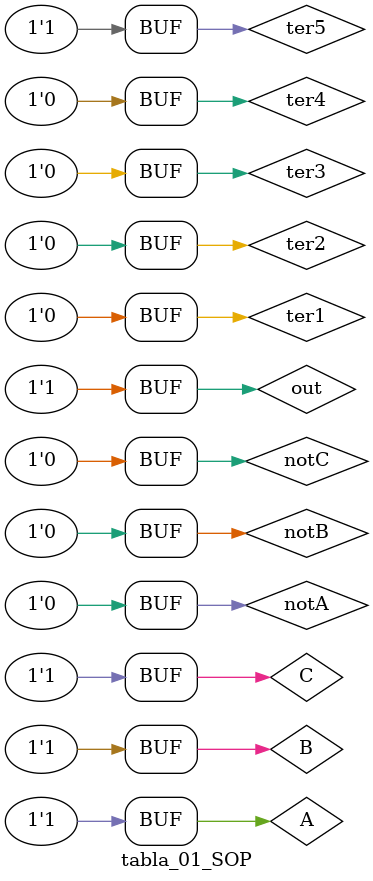
<source format=v>
module tabla_01_SOP();

reg A, B, C;
wire notA, notB, notC, ter1, ter2, ter3, ter4, ter5, out;

not a(notA, A);
not b(notB, B);
not c(notC, C);

and I(ter1, notA, notB, notC);
and J(ter2, notA, B, notC);
and K(ter3, A, notB, notC);
and L(ter4, A, notB, C);
and M(ter5, A, B, C);

or U1(out, ter1, ter2, ter3, ter4, ter5);

initial begin

$display("| A B C | Y |");
$display("|-------|---|");
$monitor("| %b %b %b | %b |", A, B, C, out);
A = 0; B = 0; C = 0;
#1 C = 1;
#1 B = 1; C = 0;
#1 C = 1;
#1 A = 1; B = 0; C = 0;
#1 C = 1;
#1 B = 1; C = 0;
#1 C = 1;

end
initial
    begin
      $dumpfile("tabla_01_SOP_tb.vcd");
      $dumpvars(0,tabla_01_SOP);
    end
endmodule

</source>
